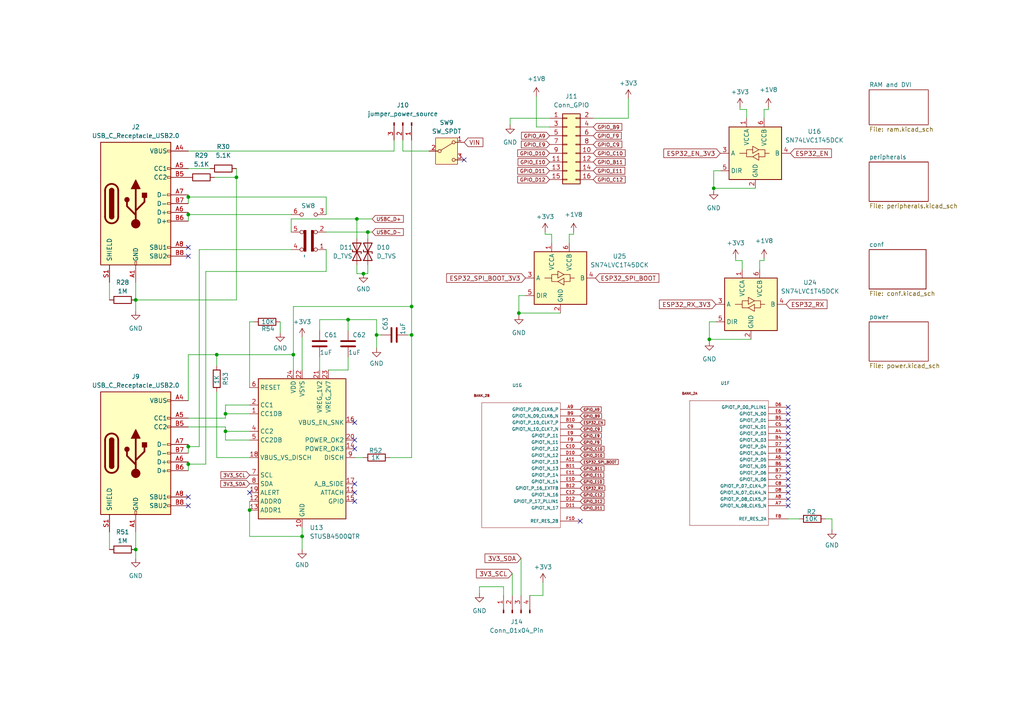
<source format=kicad_sch>
(kicad_sch (version 20231120) (generator "eeschema") (generator_version "8.0")
  (paper "A4")
  (junction (at 65.405 125.095))
  (junction (at 65.405 120.015))
  (junction (at 39.37 159.385))
  (junction (at 72.39 147.955))
  (junction (at 62.865 102.87))
  (junction (at 85.09 102.87))
  (junction (at 105.41 79.375))
  (junction (at 207.01 54.61))
  (junction (at 106.68 67.31))
  (junction (at 54.61 129.54))
  (junction (at 87.63 155.575))
  (junction (at 119.38 97.155))
  (junction (at 100.965 92.71))
  (junction (at 68.58 51.435))
  (junction (at 205.74 98.425))
  (junction (at 103.505 63.5))
  (junction (at 54.61 134.62))
  (junction (at 39.37 86.995))
  (junction (at 109.22 97.155))
  (junction (at 119.38 88.9))
  (junction (at 150.495 90.805))
  (junction (at 54.61 62.23))
  (junction (at 54.61 57.15))
  (no_connect (at 54.61 144.145))
  (no_connect (at 102.87 142.875))
  (no_connect (at 54.61 71.755))
  (no_connect (at 102.87 122.555))
  (no_connect (at 228.6 135.255))
  (no_connect (at 228.6 142.875))
  (no_connect (at 228.6 137.16))
  (no_connect (at 228.6 133.35))
  (no_connect (at 228.6 125.73))
  (no_connect (at 102.87 130.175))
  (no_connect (at 228.6 129.54))
  (no_connect (at 228.6 146.685))
  (no_connect (at 228.6 123.825))
  (no_connect (at 228.6 131.445))
  (no_connect (at 228.6 120.015))
  (no_connect (at 228.6 140.97))
  (no_connect (at 228.6 139.065))
  (no_connect (at 168.275 151.13))
  (no_connect (at 54.61 74.295))
  (no_connect (at 134.62 46.355))
  (no_connect (at 72.39 142.875))
  (no_connect (at 54.61 146.685))
  (no_connect (at 228.6 121.92))
  (no_connect (at 102.87 140.335))
  (no_connect (at 228.6 118.11))
  (no_connect (at 228.6 144.78))
  (no_connect (at 102.87 127.635))
  (no_connect (at 102.87 145.415))
  (no_connect (at 228.6 127.635))
  (wire (pts (xy 54.61 116.205) (xy 54.61 102.87)))
  (wire (pts (xy 155.575 36.83) (xy 155.575 27.94)))
  (wire (pts (xy 54.61 57.15) (xy 54.61 59.055)))
  (wire (pts (xy 72.39 155.575) (xy 87.63 155.575)))
  (wire (pts (xy 241.3 150.495) (xy 241.3 153.67)))
  (wire (pts (xy 146.05 170.18) (xy 139.065 170.18)))
  (wire (pts (xy 109.22 97.155) (xy 110.49 97.155)))
  (wire (pts (xy 65.405 120.015) (xy 65.405 117.475)))
  (wire (pts (xy 87.63 155.575) (xy 87.63 159.385)))
  (wire (pts (xy 73.66 93.345) (xy 72.39 93.345)))
  (wire (pts (xy 151.13 161.925) (xy 151.13 172.72)))
  (wire (pts (xy 54.61 133.985) (xy 54.61 134.62)))
  (wire (pts (xy 160.02 67.945) (xy 160.02 70.485)))
  (wire (pts (xy 109.22 97.155) (xy 109.22 100.965)))
  (wire (pts (xy 72.39 147.955) (xy 72.39 155.575)))
  (wire (pts (xy 172.085 34.29) (xy 182.245 34.29)))
  (wire (pts (xy 54.61 62.23) (xy 84.455 62.23)))
  (wire (pts (xy 114.3 43.815) (xy 114.3 40.64)))
  (wire (pts (xy 106.68 67.31) (xy 94.615 67.31)))
  (wire (pts (xy 65.405 121.285) (xy 65.405 120.015)))
  (wire (pts (xy 205.74 98.425) (xy 205.74 99.06)))
  (wire (pts (xy 208.915 49.53) (xy 207.01 49.53)))
  (wire (pts (xy 87.63 153.035) (xy 87.63 155.575)))
  (wire (pts (xy 207.01 49.53) (xy 207.01 54.61)))
  (wire (pts (xy 94.615 62.23) (xy 94.615 57.15)))
  (wire (pts (xy 62.865 113.665) (xy 62.865 132.715)))
  (wire (pts (xy 94.615 78.74) (xy 59.69 78.74)))
  (wire (pts (xy 119.38 132.715) (xy 119.38 97.155)))
  (wire (pts (xy 54.61 121.285) (xy 65.405 121.285)))
  (wire (pts (xy 72.39 145.415) (xy 72.39 147.955)))
  (wire (pts (xy 152.4 85.725) (xy 150.495 85.725)))
  (wire (pts (xy 113.03 132.715) (xy 119.38 132.715)))
  (wire (pts (xy 84.455 63.5) (xy 103.505 63.5)))
  (wire (pts (xy 222.885 31.115) (xy 222.885 31.75)))
  (wire (pts (xy 106.68 67.31) (xy 106.68 69.215)))
  (wire (pts (xy 57.785 72.39) (xy 57.785 129.54)))
  (wire (pts (xy 54.61 123.825) (xy 65.405 123.825)))
  (wire (pts (xy 102.87 132.715) (xy 105.41 132.715)))
  (wire (pts (xy 221.615 74.93) (xy 221.615 75.565)))
  (wire (pts (xy 153.67 172.72) (xy 157.48 172.72)))
  (wire (pts (xy 85.09 102.87) (xy 85.09 107.315)))
  (wire (pts (xy 65.405 125.095) (xy 72.39 125.095)))
  (wire (pts (xy 39.37 86.995) (xy 68.58 86.995)))
  (wire (pts (xy 65.405 123.825) (xy 65.405 125.095)))
  (wire (pts (xy 182.245 34.29) (xy 182.245 28.575)))
  (wire (pts (xy 116.84 40.64) (xy 116.84 43.815)))
  (wire (pts (xy 100.965 92.71) (xy 109.22 92.71)))
  (wire (pts (xy 100.965 107.315) (xy 95.25 107.315)))
  (wire (pts (xy 214.63 31.75) (xy 216.535 31.75)))
  (wire (pts (xy 72.39 93.345) (xy 72.39 112.395)))
  (wire (pts (xy 119.38 97.155) (xy 119.38 88.9)))
  (wire (pts (xy 139.065 170.18) (xy 139.065 172.085)))
  (wire (pts (xy 54.61 43.815) (xy 114.3 43.815)))
  (wire (pts (xy 150.495 85.725) (xy 150.495 90.805)))
  (wire (pts (xy 162.56 90.805) (xy 150.495 90.805)))
  (wire (pts (xy 106.68 79.375) (xy 105.41 79.375)))
  (wire (pts (xy 54.61 129.54) (xy 54.61 131.445)))
  (wire (pts (xy 228.6 150.495) (xy 231.775 150.495)))
  (wire (pts (xy 166.37 67.31) (xy 166.37 67.945)))
  (wire (pts (xy 207.645 93.345) (xy 205.74 93.345)))
  (wire (pts (xy 85.09 88.9) (xy 85.09 102.87)))
  (wire (pts (xy 205.74 93.345) (xy 205.74 98.425)))
  (wire (pts (xy 220.345 75.565) (xy 220.345 78.105)))
  (wire (pts (xy 87.63 97.79) (xy 87.63 107.315)))
  (wire (pts (xy 54.61 134.62) (xy 54.61 136.525)))
  (wire (pts (xy 39.37 86.995) (xy 39.37 90.17)))
  (wire (pts (xy 68.58 51.435) (xy 68.58 86.995)))
  (wire (pts (xy 158.115 67.945) (xy 160.02 67.945)))
  (wire (pts (xy 31.75 159.385) (xy 31.75 154.305)))
  (wire (pts (xy 148.59 166.37) (xy 148.59 172.72)))
  (wire (pts (xy 92.71 92.71) (xy 100.965 92.71)))
  (wire (pts (xy 119.38 40.64) (xy 119.38 88.9)))
  (wire (pts (xy 94.615 72.39) (xy 94.615 78.74)))
  (wire (pts (xy 54.61 48.895) (xy 60.96 48.895)))
  (wire (pts (xy 62.865 102.87) (xy 62.865 106.045)))
  (wire (pts (xy 81.28 93.345) (xy 81.28 96.52)))
  (wire (pts (xy 107.95 67.31) (xy 106.68 67.31)))
  (wire (pts (xy 59.69 78.74) (xy 59.69 134.62)))
  (wire (pts (xy 215.265 75.565) (xy 215.265 78.105)))
  (wire (pts (xy 158.115 67.31) (xy 158.115 67.945)))
  (wire (pts (xy 65.405 120.015) (xy 72.39 120.015)))
  (wire (pts (xy 59.69 134.62) (xy 54.61 134.62)))
  (wire (pts (xy 159.385 36.83) (xy 155.575 36.83)))
  (wire (pts (xy 213.36 74.93) (xy 213.36 75.565)))
  (wire (pts (xy 39.37 159.385) (xy 39.37 161.925)))
  (wire (pts (xy 92.71 103.505) (xy 92.71 107.315)))
  (wire (pts (xy 103.505 63.5) (xy 107.95 63.5)))
  (wire (pts (xy 214.63 31.115) (xy 214.63 31.75)))
  (wire (pts (xy 65.405 117.475) (xy 72.39 117.475)))
  (wire (pts (xy 103.505 63.5) (xy 103.505 69.215)))
  (wire (pts (xy 62.865 132.715) (xy 72.39 132.715)))
  (wire (pts (xy 109.22 92.71) (xy 109.22 97.155)))
  (wire (pts (xy 84.455 67.31) (xy 84.455 63.5)))
  (wire (pts (xy 92.71 95.885) (xy 92.71 92.71)))
  (wire (pts (xy 213.36 75.565) (xy 215.265 75.565)))
  (wire (pts (xy 54.61 56.515) (xy 54.61 57.15)))
  (wire (pts (xy 94.615 57.15) (xy 54.61 57.15)))
  (wire (pts (xy 100.965 103.505) (xy 100.965 107.315)))
  (wire (pts (xy 68.58 48.895) (xy 68.58 51.435)))
  (wire (pts (xy 239.395 150.495) (xy 241.3 150.495)))
  (wire (pts (xy 221.615 75.565) (xy 220.345 75.565)))
  (wire (pts (xy 217.805 98.425) (xy 205.74 98.425)))
  (wire (pts (xy 157.48 172.72) (xy 157.48 168.91)))
  (wire (pts (xy 54.61 102.87) (xy 62.865 102.87)))
  (wire (pts (xy 166.37 67.945) (xy 165.1 67.945)))
  (wire (pts (xy 221.615 31.75) (xy 221.615 34.29)))
  (wire (pts (xy 100.965 92.71) (xy 100.965 95.885)))
  (wire (pts (xy 103.505 76.835) (xy 103.505 79.375)))
  (wire (pts (xy 150.495 90.805) (xy 150.495 91.44)))
  (wire (pts (xy 54.61 128.905) (xy 54.61 129.54)))
  (wire (pts (xy 62.23 51.435) (xy 68.58 51.435)))
  (wire (pts (xy 222.885 31.75) (xy 221.615 31.75)))
  (wire (pts (xy 39.37 86.995) (xy 39.37 81.915)))
  (wire (pts (xy 106.68 76.835) (xy 106.68 79.375)))
  (wire (pts (xy 65.405 127.635) (xy 72.39 127.635)))
  (wire (pts (xy 39.37 159.385) (xy 39.37 154.305)))
  (wire (pts (xy 146.05 172.72) (xy 146.05 170.18)))
  (wire (pts (xy 54.61 61.595) (xy 54.61 62.23)))
  (wire (pts (xy 116.84 43.815) (xy 124.46 43.815)))
  (wire (pts (xy 159.385 34.29) (xy 147.955 34.29)))
  (wire (pts (xy 62.865 102.87) (xy 85.09 102.87)))
  (wire (pts (xy 207.01 54.61) (xy 207.01 55.245)))
  (wire (pts (xy 165.1 67.945) (xy 165.1 70.485)))
  (wire (pts (xy 65.405 125.095) (xy 65.405 127.635)))
  (wire (pts (xy 84.455 72.39) (xy 57.785 72.39)))
  (wire (pts (xy 147.955 34.29) (xy 147.955 36.195)))
  (wire (pts (xy 119.38 88.9) (xy 85.09 88.9)))
  (wire (pts (xy 219.075 54.61) (xy 207.01 54.61)))
  (wire (pts (xy 31.75 86.995) (xy 31.75 81.915)))
  (wire (pts (xy 54.61 62.23) (xy 54.61 64.135)))
  (wire (pts (xy 57.785 129.54) (xy 54.61 129.54)))
  (wire (pts (xy 103.505 79.375) (xy 105.41 79.375)))
  (wire (pts (xy 216.535 31.75) (xy 216.535 34.29)))
  (wire (pts (xy 118.11 97.155) (xy 119.38 97.155)))
  (global_label "GPIO_D12" (shape input) (at 159.385 52.07 180) (effects (font (size 1.016 1.016))) (property "Intersheetrefs" "${INTERSHEET_REFS}" (effects (hide yes))))
  (global_label "GPIO_C12" (shape input) (at 172.085 52.07 0) (effects (font (size 1.016 1.016))) (property "Intersheetrefs" "${INTERSHEET_REFS}" (effects (hide yes))))
  (global_label "ESP32_SPI_BOOT_3V3" (shape input) (at 152.4 80.645 180) (property "Intersheetrefs" "${INTERSHEET_REFS}" (effects (hide yes))))
  (global_label "GPIO_A9" (shape input) (at 159.385 39.37 180) (effects (font (size 1.016 1.016))) (property "Intersheetrefs" "${INTERSHEET_REFS}" (effects (hide yes))))
  (global_label "GPIO_E10" (shape input) (at 159.385 46.99 180) (effects (font (size 1.016 1.016))) (property "Intersheetrefs" "${INTERSHEET_REFS}" (effects (hide yes))))
  (global_label "GPIO_B11" (shape input) (at 172.085 46.99 0) (effects (font (size 1.016 1.016))) (property "Intersheetrefs" "${INTERSHEET_REFS}" (effects (hide yes))))
  (global_label "ESP32_RX" (shape input) (at 227.965 88.265 0) (property "Intersheetrefs" "${INTERSHEET_REFS}" (effects (hide yes))))
  (global_label "GPIO_E11" (shape input) (at 168.275 137.795 0) (effects (font (size 0.762 0.762))) (property "Intersheetrefs" "${INTERSHEET_REFS}" (effects (hide yes))))
  (global_label "3V3_SDA" (shape input) (at 72.39 140.335 180) (effects (font (size 1.016 1.016))) (property "Intersheetrefs" "${INTERSHEET_REFS}" (effects (hide yes))))
  (global_label "ESP32_RX_3V3" (shape input) (at 207.645 88.265 180) (property "Intersheetrefs" "${INTERSHEET_REFS}" (effects (hide yes))))
  (global_label "GPIO_E11" (shape input) (at 172.085 49.53 0) (effects (font (size 1.016 1.016))) (property "Intersheetrefs" "${INTERSHEET_REFS}" (effects (hide yes))))
  (global_label "USBC_D+" (shape input) (at 107.95 63.5 0) (effects (font (size 1.016 1.016))) (property "Intersheetrefs" "${INTERSHEET_REFS}" (effects (hide yes))))
  (global_label "VIN" (shape input) (at 134.62 41.275 0) (property "Intersheetrefs" "${INTERSHEET_REFS}" (effects (hide yes))))
  (global_label "ESP32_EN_3V3" (shape input) (at 208.915 44.45 180) (property "Intersheetrefs" "${INTERSHEET_REFS}" (effects (hide yes))))
  (global_label "GPIO_D12" (shape input) (at 168.275 145.415 0) (effects (font (size 0.762 0.762))) (property "Intersheetrefs" "${INTERSHEET_REFS}" (effects (hide yes))))
  (global_label "GPIO_C9" (shape input) (at 168.275 124.46 0) (effects (font (size 0.762 0.762))) (property "Intersheetrefs" "${INTERSHEET_REFS}" (effects (hide yes))))
  (global_label "ESP32_RX" (shape input) (at 168.275 141.605 0) (effects (font (size 0.762 0.762))) (property "Intersheetrefs" "${INTERSHEET_REFS}" (effects (hide yes))))
  (global_label "GPIO_C9" (shape input) (at 172.085 41.91 0) (effects (font (size 1.016 1.016))) (property "Intersheetrefs" "${INTERSHEET_REFS}" (effects (hide yes))))
  (global_label "GPIO_E10" (shape input) (at 168.275 139.7 0) (effects (font (size 0.762 0.762))) (property "Intersheetrefs" "${INTERSHEET_REFS}" (effects (hide yes))))
  (global_label "ESP32_EN" (shape input) (at 168.275 122.555 0) (effects (font (size 0.762 0.762))) (property "Intersheetrefs" "${INTERSHEET_REFS}" (effects (hide yes))))
  (global_label "GPIO_D10" (shape input) (at 159.385 44.45 180) (effects (font (size 1.016 1.016))) (property "Intersheetrefs" "${INTERSHEET_REFS}" (effects (hide yes))))
  (global_label "GPIO_D10" (shape input) (at 168.275 132.08 0) (effects (font (size 0.762 0.762))) (property "Intersheetrefs" "${INTERSHEET_REFS}" (effects (hide yes))))
  (global_label "GPIO_B9" (shape input) (at 168.275 120.65 0) (effects (font (size 0.762 0.762))) (property "Intersheetrefs" "${INTERSHEET_REFS}" (effects (hide yes))))
  (global_label "GPIO_D11" (shape input) (at 159.385 49.53 180) (effects (font (size 1.016 1.016))) (property "Intersheetrefs" "${INTERSHEET_REFS}" (effects (hide yes))))
  (global_label "GPIO_C12" (shape input) (at 168.275 143.51 0) (effects (font (size 0.762 0.762))) (property "Intersheetrefs" "${INTERSHEET_REFS}" (effects (hide yes))))
  (global_label "GPIO_A9" (shape input) (at 168.275 118.745 0) (effects (font (size 0.762 0.762))) (property "Intersheetrefs" "${INTERSHEET_REFS}" (effects (hide yes))))
  (global_label "ESP32_EN" (shape input) (at 229.235 44.45 0) (property "Intersheetrefs" "${INTERSHEET_REFS}" (effects (hide yes))))
  (global_label "GPIO_C10" (shape input) (at 168.275 130.175 0) (effects (font (size 0.762 0.762))) (property "Intersheetrefs" "${INTERSHEET_REFS}" (effects (hide yes))))
  (global_label "GPIO_D11" (shape input) (at 168.275 147.32 0) (effects (font (size 0.762 0.762))) (property "Intersheetrefs" "${INTERSHEET_REFS}" (effects (hide yes))))
  (global_label "3V3_SDA" (shape input) (at 151.13 161.925 180) (property "Intersheetrefs" "${INTERSHEET_REFS}" (effects (hide yes))))
  (global_label "GPIO_F9" (shape input) (at 172.085 39.37 0) (effects (font (size 1.016 1.016))) (property "Intersheetrefs" "${INTERSHEET_REFS}" (effects (hide yes))))
  (global_label "GPIO_F9" (shape input) (at 168.275 128.27 0) (effects (font (size 0.762 0.762))) (property "Intersheetrefs" "${INTERSHEET_REFS}" (effects (hide yes))))
  (global_label "GPIO_C10" (shape input) (at 172.085 44.45 0) (effects (font (size 1.016 1.016))) (property "Intersheetrefs" "${INTERSHEET_REFS}" (effects (hide yes))))
  (global_label "ESP32_SPI_BOOT" (shape input) (at 172.72 80.645 0) (property "Intersheetrefs" "${INTERSHEET_REFS}" (effects (hide yes))))
  (global_label "3V3_SCL" (shape input) (at 72.39 137.795 180) (effects (font (size 1.016 1.016))) (property "Intersheetrefs" "${INTERSHEET_REFS}" (effects (hide yes))))
  (global_label "ESP32_SPI_BOOT" (shape input) (at 168.275 133.985 0) (effects (font (size 0.762 0.762))) (property "Intersheetrefs" "${INTERSHEET_REFS}" (effects (hide yes))))
  (global_label "GPIO_B11" (shape input) (at 168.275 135.89 0) (effects (font (size 0.762 0.762))) (property "Intersheetrefs" "${INTERSHEET_REFS}" (effects (hide yes))))
  (global_label "GPIO_E9" (shape input) (at 168.275 126.365 0) (effects (font (size 0.762 0.762))) (property "Intersheetrefs" "${INTERSHEET_REFS}" (effects (hide yes))))
  (global_label "GPIO_E9" (shape input) (at 159.385 41.91 180) (effects (font (size 1.016 1.016))) (property "Intersheetrefs" "${INTERSHEET_REFS}" (effects (hide yes))))
  (global_label "GPIO_B9" (shape input) (at 172.085 36.83 0) (effects (font (size 1.016 1.016))) (property "Intersheetrefs" "${INTERSHEET_REFS}" (effects (hide yes))))
  (global_label "USBC_D-" (shape input) (at 107.95 67.31 0) (effects (font (size 1.016 1.016))) (property "Intersheetrefs" "${INTERSHEET_REFS}" (effects (hide yes))))
  (global_label "3V3_SCL" (shape input) (at 148.59 166.37 180) (property "Intersheetrefs" "${INTERSHEET_REFS}" (effects (hide yes))))
  (symbol (lib_id "Connector:Conn_01x03_Pin") (at 116.84 35.56 270) (unit 1)
    (property "Reference" "J10" (at 116.84 30.48 90))
    (property "Value" "jumper_power_source" (at 116.84 33.02 90))
    (property "Footprint" "Connector_PinHeader_2.54mm:PinHeader_1x03_P2.54mm_Vertical" (effects (hide yes)))
    (property "Description" "Generic connector, single row, 01x03, script generated" (effects (hide yes)))
  )
  (symbol (lib_id "endeavour2:Ti60F256") (at 200.025 116.205 0) (unit 6)
    (property "Reference" "U1" (at 210.3401 111.125 0) (effects (font (size 0.889 0.889))))
    (property "Value" "Ti60F256" (effects (hide yes)))
    (property "Footprint" "Package_BGA:BGA-256_14.0x14.0mm_Layout16x16_P0.8mm_Ball0.45mm_Pad0.32mm_NSMD" (effects (hide yes)))
    (property "SPLIT_INST" "TRUE" (effects (hide yes)))
    (property "SWAP_INFO" "(S1+S2+S3+S4+S5+S6+S7+S8+S9+S10+S11+S12+S13)" (effects (hide yes)))
  )
  (symbol (lib_id "Connector:USB_C_Receptacle_USB2.0") (at 39.37 59.055 0) (unit 1)
    (property "Reference" "J2" (at 39.37 36.83 0))
    (property "Value" "USB_C_Receptacle_USB2.0" (at 39.37 39.37 0))
    (property "Footprint" "endeavour2:USB_C_Receptacle_GCT_USB4105-xx-A_16P_TopMnt_Horizontal" (effects (hide yes)))
    (property "Datasheet" "https://www.usb.org/sites/default/files/documents/usb_type-c.zip" (effects (hide yes)))
  )
  (symbol (lib_id "power:GND") (at 207.01 55.245 0) (mirror y) (unit 1)
    (property "Reference" "#PWR090" (effects (hide yes)))
    (property "Value" "GND" (at 207.01 60.325 0))
  )
  (symbol (lib_id "power:GND") (at 39.37 161.925 0) (unit 1)
    (property "Reference" "#PWR079" (effects (hide yes)))
    (property "Value" "GND" (at 39.37 167.005 0))
    (property "Description" "Power symbol creates a global label with name \"GND\" , ground" (effects (hide yes)))
  )
  (symbol (lib_id "power:+1V8") (at 222.885 31.115 0) (unit 1)
    (property "Reference" "#PWR092" (effects (hide yes)))
    (property "Value" "+1V8" (at 222.885 26.035 0))
    (property "Description" "Power symbol creates a global label with name \"+1V8\"" (effects (hide yes)))
  )
  (symbol (lib_id "Device:D_TVS") (at 106.68 73.025 90) (unit 1)
    (property "Reference" "D10" (at 109.22 71.7549 90) (effects (justify right)))
    (property "Value" "D_TVS" (at 109.22 74.2949 90) (effects (justify right)))
    (property "Footprint" "Diode_SMD:D_0603_1608Metric" (effects (hide yes)))
    (property "Description" "Bidirectional transient-voltage-suppression diode" (effects (hide yes)))
  )
  (symbol (lib_id "Device:R") (at 58.42 51.435 90) (unit 1)
    (property "Reference" "R29" (at 58.42 45.085 90))
    (property "Value" "5.1K" (at 58.42 47.625 90))
    (property "Footprint" "Resistor_SMD:R_0603_1608Metric" (effects (hide yes)))
  )
  (symbol (lib_id "power:+3V3") (at 214.63 31.115 0) (mirror y) (unit 1)
    (property "Reference" "#PWR091" (effects (hide yes)))
    (property "Value" "+3V3" (at 214.63 26.67 0))
    (property "Description" "Power symbol creates a global label with name \"+3V3\"" (effects (hide yes)))
  )
  (symbol (lib_id "power:+1V8") (at 155.575 27.94 0) (unit 1)
    (property "Reference" "#PWR095" (effects (hide yes)))
    (property "Value" "+1V8" (at 155.575 22.86 0))
    (property "Description" "Power symbol creates a global label with name \"+1V8\"" (effects (hide yes)))
  )
  (symbol (lib_id "power:+1V8") (at 221.615 74.93 0) (unit 1)
    (property "Reference" "#PWR0121" (effects (hide yes)))
    (property "Value" "+1V8" (at 221.615 69.85 0))
    (property "Description" "Power symbol creates a global label with name \"+1V8\"" (effects (hide yes)))
  )
  (symbol (lib_id "Device:R") (at 62.865 109.855 180) (unit 1)
    (property "Reference" "R53" (at 65.405 109.855 90))
    (property "Value" "1K" (at 62.865 110.109 90))
    (property "Footprint" "Resistor_SMD:R_0603_1608Metric" (effects (hide yes)))
    (property "Description" "Resistor" (effects (hide yes)))
  )
  (symbol (lib_id "Device:R") (at 77.47 93.345 270) (unit 1)
    (property "Reference" "R54" (at 77.724 95.377 90))
    (property "Value" "10K" (at 77.724 93.345 90))
    (property "Footprint" "Resistor_SMD:R_0603_1608Metric" (effects (hide yes)))
    (property "Description" "Resistor" (effects (hide yes)))
  )
  (symbol (lib_id "power:GND") (at 109.22 100.965 0) (unit 1)
    (property "Reference" "#PWR077" (effects (hide yes)))
    (property "Value" "GND" (at 109.22 105.41 0))
    (property "Description" "Power symbol creates a global label with name \"GND\" , ground" (effects (hide yes)))
  )
  (symbol (lib_id "power:GND") (at 81.28 96.52 0) (unit 1)
    (property "Reference" "#PWR076" (effects (hide yes)))
    (property "Value" "GND" (at 81.28 100.965 0))
    (property "Description" "Power symbol creates a global label with name \"GND\" , ground" (effects (hide yes)))
  )
  (symbol (lib_id "power:GND") (at 150.495 91.44 0) (mirror y) (unit 1)
    (property "Reference" "#PWR0122" (effects (hide yes)))
    (property "Value" "GND" (at 150.495 96.52 0))
  )
  (symbol (lib_id "Device:R") (at 235.585 150.495 90) (unit 1)
    (property "Reference" "R2" (at 235.331 148.463 90))
    (property "Value" "10K" (at 235.331 150.495 90))
    (property "Footprint" "Resistor_SMD:R_0603_1608Metric" (effects (hide yes)))
    (property "Description" "Resistor" (effects (hide yes)))
  )
  (symbol (lib_id "Device:R") (at 64.77 48.895 90) (unit 1)
    (property "Reference" "R30" (at 64.77 42.545 90))
    (property "Value" "5.1K" (at 64.77 45.085 90))
    (property "Footprint" "Resistor_SMD:R_0603_1608Metric" (effects (hide yes)))
  )
  (symbol (lib_id "Connector:USB_C_Receptacle_USB2.0") (at 39.37 131.445 0) (unit 1)
    (property "Reference" "J9" (at 39.37 109.22 0))
    (property "Value" "USB_C_Receptacle_USB2.0" (at 39.37 111.76 0))
    (property "Footprint" "endeavour2:USB_C_Receptacle_GCT_USB4105-xx-A_16P_TopMnt_Horizontal" (effects (hide yes)))
    (property "Datasheet" "https://www.usb.org/sites/default/files/documents/usb_type-c.zip" (effects (hide yes)))
  )
  (symbol (lib_id "power:+3V3") (at 87.63 97.79 0) (unit 1)
    (property "Reference" "#PWR086" (effects (hide yes)))
    (property "Value" "+3V3" (at 87.63 93.345 0))
    (property "Description" "Power symbol creates a global label with name \"+3V3\"" (effects (hide yes)))
  )
  (symbol (lib_id "Device:D_TVS") (at 103.505 73.025 90) (unit 1)
    (property "Reference" "D11" (at 98.425 71.755 90) (effects (justify right)))
    (property "Value" "D_TVS" (at 96.52 74.295 90) (effects (justify right)))
    (property "Footprint" "Diode_SMD:D_0603_1608Metric" (effects (hide yes)))
    (property "Description" "Bidirectional transient-voltage-suppression diode" (effects (hide yes)))
  )
  (symbol (lib_id "power:GND") (at 105.41 79.375 0) (unit 1)
    (property "Reference" "#PWR0113" (effects (hide yes)))
    (property "Value" "GND" (at 105.41 83.82 0))
    (property "Description" "Power symbol creates a global label with name \"GND\" , ground" (effects (hide yes)))
  )
  (symbol (lib_id "Device:C") (at 92.71 99.695 0) (unit 1)
    (property "Reference" "C61" (at 93.98 97.155 0) (effects (justify left)))
    (property "Value" "1uF" (at 92.71 102.235 0) (effects (justify left)))
    (property "Footprint" "Capacitor_SMD:C_0603_1608Metric" (effects (hide yes)))
    (property "Description" "Unpolarized capacitor" (effects (hide yes)))
  )
  (symbol (lib_id "power:+3V3") (at 157.48 168.91 0) (unit 1)
    (property "Reference" "#PWR0127" (effects (hide yes)))
    (property "Value" "+3V3" (at 157.48 164.465 0))
    (property "Description" "Power symbol creates a global label with name \"+3V3\"" (effects (hide yes)))
  )
  (symbol (lib_id "Switch:SW_Slide_DPDT") (at 89.535 67.31 180) (unit 1)
    (property "Reference" "SW8" (at 91.44 59.69 0) (effects (justify left)))
    (property "Value" "~" (at 88.265 73.66 90) (effects (justify left)))
    (property "Footprint" "endeavour2:SW_JS202011SCQN" (effects (hide yes)))
  )
  (symbol (lib_id "Logic_LevelTranslator:SN74LVC1T45DCK") (at 217.805 88.265 0) (unit 1)
    (property "Reference" "U24" (at 234.95 81.9464 0))
    (property "Value" "SN74LVC1T45DCK" (at 234.95 84.4864 0))
    (property "Footprint" "Package_TO_SOT_SMD:SOT-363_SC-70-6" (effects (hide yes)))
    (property "Datasheet" "http://www.ti.com/lit/ds/symlink/sn74lvc1t45.pdf" (effects (hide yes)))
    (property "Description" "Single-Bit Dual-Supply Bus Transceiver With Configurable Voltage Translation and 3-State Outputs, SOT-363" (effects (hide yes)))
  )
  (symbol (lib_id "Logic_LevelTranslator:SN74LVC1T45DCK") (at 219.075 44.45 0) (unit 1)
    (property "Reference" "U16" (at 236.22 38.1314 0))
    (property "Value" "SN74LVC1T45DCK" (at 236.22 40.6714 0))
    (property "Footprint" "Package_TO_SOT_SMD:SOT-363_SC-70-6" (effects (hide yes)))
    (property "Datasheet" "http://www.ti.com/lit/ds/symlink/sn74lvc1t45.pdf" (effects (hide yes)))
    (property "Description" "Single-Bit Dual-Supply Bus Transceiver With Configurable Voltage Translation and 3-State Outputs, SOT-363" (effects (hide yes)))
  )
  (symbol (lib_id "Connector:Conn_01x04_Pin") (at 148.59 177.8 90) (unit 1)
    (property "Reference" "J14" (at 149.86 180.34 90))
    (property "Value" "Conn_01x04_Pin" (at 149.86 182.88 90))
    (property "Footprint" "Connector_PinHeader_2.54mm:PinHeader_1x04_P2.54mm_Vertical" (effects (hide yes)))
    (property "Description" "Generic connector, single row, 01x04, script generated" (effects (hide yes)))
  )
  (symbol (lib_id "Device:C") (at 114.3 97.155 90) (unit 1)
    (property "Reference" "C63" (at 111.76 95.885 0) (effects (justify left)))
    (property "Value" "1uF" (at 116.84 97.155 0) (effects (justify left)))
    (property "Footprint" "Capacitor_SMD:C_0603_1608Metric" (effects (hide yes)))
    (property "Description" "Unpolarized capacitor" (effects (hide yes)))
  )
  (symbol (lib_id "Switch:SW_SPDT") (at 129.54 43.815 0) (unit 1)
    (property "Reference" "SW9" (at 129.54 35.56 0))
    (property "Value" "SW_SPDT" (at 129.54 38.1 0))
    (property "Footprint" "endeavour2:mss3111" (effects (hide yes)))
    (property "Description" "Switch, single pole double throw" (effects (hide yes)))
  )
  (symbol (lib_id "endeavour2:Ti60F256") (at 139.7 116.84 0) (unit 7)
    (property "Reference" "U1" (at 149.9906 111.76 0) (effects (font (size 0.889 0.889))))
    (property "Value" "Ti60F256" (effects (hide yes)))
    (property "Footprint" "Package_BGA:BGA-256_14.0x14.0mm_Layout16x16_P0.8mm_Ball0.45mm_Pad0.32mm_NSMD" (effects (hide yes)))
    (property "SPLIT_INST" "TRUE" (effects (hide yes)))
    (property "SWAP_INFO" "(S1+S2+S3+S4+S5+S6+S7+S8+S9+S10+S11+S12+S13)" (effects (hide yes)))
  )
  (symbol (lib_id "power:+1V8") (at 166.37 67.31 0) (unit 1)
    (property "Reference" "#PWR0124" (effects (hide yes)))
    (property "Value" "+1V8" (at 166.37 62.23 0))
    (property "Description" "Power symbol creates a global label with name \"+1V8\"" (effects (hide yes)))
  )
  (symbol (lib_id "Device:R") (at 35.56 86.995 90) (unit 1)
    (property "Reference" "R28" (at 35.56 81.915 90))
    (property "Value" "1M" (at 35.56 84.455 90))
    (property "Footprint" "Resistor_SMD:R_0603_1608Metric" (effects (hide yes)))
  )
  (symbol (lib_id "power:GND") (at 139.065 172.085 0) (mirror y) (unit 1)
    (property "Reference" "#PWR0128" (effects (hide yes)))
    (property "Value" "GND" (at 139.065 177.165 0))
  )
  (symbol (lib_id "power:GND") (at 241.3 153.67 0) (unit 1)
    (property "Reference" "#PWR07" (effects (hide yes)))
    (property "Value" "GND" (at 241.3 158.115 0))
    (property "Description" "Power symbol creates a global label with name \"GND\" , ground" (effects (hide yes)))
  )
  (symbol (lib_id "power:GND") (at 39.37 90.17 0) (unit 1)
    (property "Reference" "#PWR078" (effects (hide yes)))
    (property "Value" "GND" (at 39.37 95.25 0))
    (property "Description" "Power symbol creates a global label with name \"GND\" , ground" (effects (hide yes)))
  )
  (symbol (lib_id "Connector_Generic:Conn_02x08_Odd_Even") (at 164.465 41.91 0) (unit 1)
    (property "Reference" "J11" (at 165.735 27.94 0))
    (property "Value" "Conn_GPIO" (at 165.735 30.48 0))
    (property "Footprint" "Connector_PinHeader_2.54mm:PinHeader_2x08_P2.54mm_Vertical" (effects (hide yes)))
    (property "Description" "Generic connector, double row, 02x08, odd/even pin numbering scheme (row 1 odd numbers, row 2 even numbers), script generated (kicad-library-utils/schlib/autogen/connector/)" (effects (hide yes)))
  )
  (symbol (lib_id "Device:R") (at 109.22 132.715 90) (unit 1)
    (property "Reference" "R52" (at 108.966 130.683 90))
    (property "Value" "1K" (at 108.966 132.715 90))
    (property "Footprint" "Resistor_SMD:R_0603_1608Metric" (effects (hide yes)))
    (property "Description" "Resistor" (effects (hide yes)))
  )
  (symbol (lib_id "Logic_LevelTranslator:SN74LVC1T45DCK") (at 162.56 80.645 0) (unit 1)
    (property "Reference" "U25" (at 179.705 74.3264 0))
    (property "Value" "SN74LVC1T45DCK" (at 179.705 76.8664 0))
    (property "Footprint" "Package_TO_SOT_SMD:SOT-363_SC-70-6" (effects (hide yes)))
    (property "Datasheet" "http://www.ti.com/lit/ds/symlink/sn74lvc1t45.pdf" (effects (hide yes)))
    (property "Description" "Single-Bit Dual-Supply Bus Transceiver With Configurable Voltage Translation and 3-State Outputs, SOT-363" (effects (hide yes)))
  )
  (symbol (lib_id "power:GND") (at 205.74 99.06 0) (mirror y) (unit 1)
    (property "Reference" "#PWR0119" (effects (hide yes)))
    (property "Value" "GND" (at 205.74 104.14 0))
  )
  (symbol (lib_id "power:+3V3") (at 182.245 28.575 0) (unit 1)
    (property "Reference" "#PWR094" (effects (hide yes)))
    (property "Value" "+3V3" (at 182.245 24.13 0))
    (property "Description" "Power symbol creates a global label with name \"+3V3\"" (effects (hide yes)))
  )
  (symbol (lib_id "power:GND") (at 147.955 36.195 0) (unit 1)
    (property "Reference" "#PWR093" (effects (hide yes)))
    (property "Value" "GND" (at 147.955 41.275 0))
    (property "Description" "Power symbol creates a global label with name \"GND\" , ground" (effects (hide yes)))
  )
  (symbol (lib_id "Interface_USB:STUSB4500QTR") (at 87.63 130.175 0) (unit 1)
    (property "Reference" "U13" (at 89.8241 153.035 0) (effects (justify left)))
    (property "Value" "STUSB4500QTR" (at 89.8241 155.575 0) (effects (justify left)))
    (property "Footprint" "Package_DFN_QFN:QFN-24-1EP_4x4mm_P0.5mm_EP2.7x2.7mm" (effects (hide yes)))
    (property "Datasheet" "https://www.st.com/resource/en/datasheet/stusb4500.pdf" (effects (hide yes)))
    (property "Description" "Stand-alone USB PD controller (with sink Auto-run mode), QFN-24" (effects (hide yes)))
  )
  (symbol (lib_id "Device:R") (at 35.56 159.385 90) (unit 1)
    (property "Reference" "R51" (at 35.56 154.305 90))
    (property "Value" "1M" (at 35.56 156.845 90))
    (property "Footprint" "Resistor_SMD:R_0603_1608Metric" (effects (hide yes)))
  )
  (symbol (lib_id "power:+3V3") (at 213.36 74.93 0) (mirror y) (unit 1)
    (property "Reference" "#PWR0120" (effects (hide yes)))
    (property "Value" "+3V3" (at 213.36 70.485 0))
    (property "Description" "Power symbol creates a global label with name \"+3V3\"" (effects (hide yes)))
  )
  (symbol (lib_id "Device:C") (at 100.965 99.695 0) (unit 1)
    (property "Reference" "C62" (at 102.235 97.155 0) (effects (justify left)))
    (property "Value" "1uF" (at 100.965 102.235 0) (effects (justify left)))
    (property "Footprint" "Capacitor_SMD:C_0603_1608Metric" (effects (hide yes)))
    (property "Description" "Unpolarized capacitor" (effects (hide yes)))
  )
  (symbol (lib_id "power:+3V3") (at 158.115 67.31 0) (mirror y) (unit 1)
    (property "Reference" "#PWR0123" (effects (hide yes)))
    (property "Value" "+3V3" (at 158.115 62.865 0))
    (property "Description" "Power symbol creates a global label with name \"+3V3\"" (effects (hide yes)))
  )
  (symbol (lib_id "power:GND") (at 87.63 159.385 0) (unit 1)
    (property "Reference" "#PWR075" (effects (hide yes)))
    (property "Value" "GND" (at 87.63 163.83 0))
    (property "Description" "Power symbol creates a global label with name \"GND\" , ground" (effects (hide yes)))
  )
  (sheet (at 252.095 93.345) (size 17.145 11.43) (stroke (width 0.1524))
    (property "Sheetname" "power" (at 252.095 92.6334 0) (effects (justify left bottom)))
    (property "Sheetfile" "power.kicad_sch" (at 252.095 105.3596 0) (effects (justify left top)))
  )
  (sheet (at 252.095 26.035) (size 17.145 10.16) (stroke (width 0.1524))
    (property "Sheetname" "RAM and DVI" (at 252.095 25.3234 0) (effects (justify left bottom)))
    (property "Sheetfile" "ram.kicad_sch" (at 252.095 36.7796 0) (effects (justify left top)))
  )
  (sheet (at 252.095 46.99) (size 17.145 11.43) (stroke (width 0.1524))
    (property "Sheetname" "peripherals" (at 252.095 46.2784 0) (effects (justify left bottom)))
    (property "Sheetfile" "peripherals.kicad_sch" (at 252.095 59.0046 0) (effects (justify left top)))
  )
  (sheet (at 252.095 72.39) (size 16.51 11.43) (stroke (width 0.1524))
    (property "Sheetname" "conf" (at 252.095 71.6784 0) (effects (justify left bottom)))
    (property "Sheetfile" "conf.kicad_sch" (at 252.095 84.4046 0) (effects (justify left top)))
  )
)
</source>
